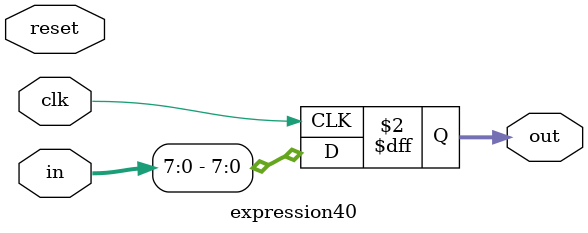
<source format=v>
module expression40
  #(parameter integer WIDTH = 8)
  (input wire             reset,
   input wire             clk,
   input wire [WIDTH:0]   in,
   output reg [WIDTH-1:0] out);

   always @(posedge clk) out <= in[WIDTH-1 -: WIDTH];

endmodule

</source>
